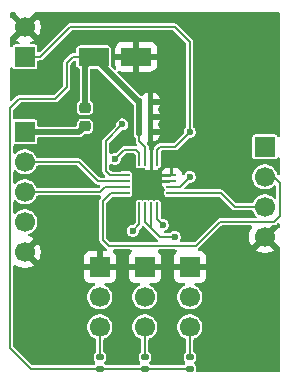
<source format=gtl>
%TF.GenerationSoftware,KiCad,Pcbnew,9.0.7*%
%TF.CreationDate,2026-02-18T22:45:11+00:00*%
%TF.ProjectId,OSDSwitch,4f534453-7769-4746-9368-2e6b69636164,rev?*%
%TF.SameCoordinates,Original*%
%TF.FileFunction,Copper,L1,Top*%
%TF.FilePolarity,Positive*%
%FSLAX46Y46*%
G04 Gerber Fmt 4.6, Leading zero omitted, Abs format (unit mm)*
G04 Created by KiCad (PCBNEW 9.0.7) date 2026-02-18 22:45:11*
%MOMM*%
%LPD*%
G01*
G04 APERTURE LIST*
G04 Aperture macros list*
%AMRoundRect*
0 Rectangle with rounded corners*
0 $1 Rounding radius*
0 $2 $3 $4 $5 $6 $7 $8 $9 X,Y pos of 4 corners*
0 Add a 4 corners polygon primitive as box body*
4,1,4,$2,$3,$4,$5,$6,$7,$8,$9,$2,$3,0*
0 Add four circle primitives for the rounded corners*
1,1,$1+$1,$2,$3*
1,1,$1+$1,$4,$5*
1,1,$1+$1,$6,$7*
1,1,$1+$1,$8,$9*
0 Add four rect primitives between the rounded corners*
20,1,$1+$1,$2,$3,$4,$5,0*
20,1,$1+$1,$4,$5,$6,$7,0*
20,1,$1+$1,$6,$7,$8,$9,0*
20,1,$1+$1,$8,$9,$2,$3,0*%
G04 Aperture macros list end*
%TA.AperFunction,SMDPad,CuDef*%
%ADD10RoundRect,0.140000X0.170000X-0.140000X0.170000X0.140000X-0.170000X0.140000X-0.170000X-0.140000X0*%
%TD*%
%TA.AperFunction,SMDPad,CuDef*%
%ADD11RoundRect,0.218750X0.256250X-0.218750X0.256250X0.218750X-0.256250X0.218750X-0.256250X-0.218750X0*%
%TD*%
%TA.AperFunction,ComponentPad*%
%ADD12R,1.700000X1.700000*%
%TD*%
%TA.AperFunction,ComponentPad*%
%ADD13C,1.700000*%
%TD*%
%TA.AperFunction,SMDPad,CuDef*%
%ADD14RoundRect,0.062500X-0.337500X-0.062500X0.337500X-0.062500X0.337500X0.062500X-0.337500X0.062500X0*%
%TD*%
%TA.AperFunction,SMDPad,CuDef*%
%ADD15RoundRect,0.062500X-0.062500X-0.337500X0.062500X-0.337500X0.062500X0.337500X-0.062500X0.337500X0*%
%TD*%
%TA.AperFunction,HeatsinkPad*%
%ADD16R,2.450000X2.450000*%
%TD*%
%TA.AperFunction,SMDPad,CuDef*%
%ADD17RoundRect,0.250000X-1.050000X-0.550000X1.050000X-0.550000X1.050000X0.550000X-1.050000X0.550000X0*%
%TD*%
%TA.AperFunction,SMDPad,CuDef*%
%ADD18RoundRect,0.140000X-0.140000X-0.170000X0.140000X-0.170000X0.140000X0.170000X-0.140000X0.170000X0*%
%TD*%
%TA.AperFunction,ViaPad*%
%ADD19C,0.600000*%
%TD*%
%TA.AperFunction,Conductor*%
%ADD20C,0.200000*%
%TD*%
%TA.AperFunction,Conductor*%
%ADD21C,0.500000*%
%TD*%
G04 APERTURE END LIST*
D10*
%TO.P,R3,1*%
%TO.N,+5V*%
X168910000Y-110208000D03*
%TO.P,R3,2*%
%TO.N,Net-(J3-Pin_3)*%
X168910000Y-109248000D03*
%TD*%
%TO.P,R2,1*%
%TO.N,+5V*%
X161290000Y-110208000D03*
%TO.P,R2,2*%
%TO.N,Net-(J1-Pin_3)*%
X161290000Y-109248000D03*
%TD*%
%TO.P,R1,1*%
%TO.N,+5V*%
X165100000Y-110208000D03*
%TO.P,R1,2*%
%TO.N,Net-(J2-Pin_3)*%
X165100000Y-109248000D03*
%TD*%
D11*
%TO.P,L1,1,1*%
%TO.N,Net-(J4-Pin_1)*%
X160020000Y-89687500D03*
%TO.P,L1,2,2*%
%TO.N,+5V*%
X160020000Y-88112500D03*
%TD*%
D12*
%TO.P,J6,1,Pin_1*%
%TO.N,/OSD_VID*%
X154940000Y-83820000D03*
D13*
%TO.P,J6,2,Pin_2*%
%TO.N,GND*%
X154940000Y-81280000D03*
%TD*%
D12*
%TO.P,J5,1,Pin_1*%
%TO.N,/RED_OUT*%
X175260000Y-91440000D03*
D13*
%TO.P,J5,2,Pin_2*%
%TO.N,/GREEN_OUT*%
X175260000Y-93980000D03*
%TO.P,J5,3,Pin_3*%
%TO.N,/BLUE_OUT*%
X175260000Y-96520000D03*
%TO.P,J5,4,Pin_4*%
%TO.N,GND*%
X175260000Y-99060000D03*
%TD*%
D12*
%TO.P,J4,1,Pin_1*%
%TO.N,Net-(J4-Pin_1)*%
X154940000Y-90170000D03*
D13*
%TO.P,J4,2,Pin_2*%
%TO.N,/RED_IN*%
X154940000Y-92710000D03*
%TO.P,J4,3,Pin_3*%
%TO.N,/GREEN_IN*%
X154940000Y-95250000D03*
%TO.P,J4,4,Pin_4*%
%TO.N,/BLUE_IN*%
X154940000Y-97790000D03*
%TO.P,J4,5,Pin_5*%
%TO.N,GND*%
X154940000Y-100330000D03*
%TD*%
D12*
%TO.P,J3,1,Pin_1*%
%TO.N,GND*%
X168910000Y-101600000D03*
D13*
%TO.P,J3,2,Pin_2*%
%TO.N,Net-(IC1-S3A)*%
X168910000Y-104140000D03*
%TO.P,J3,3,Pin_3*%
%TO.N,Net-(J3-Pin_3)*%
X168910000Y-106680000D03*
%TD*%
D12*
%TO.P,J2,1,Pin_1*%
%TO.N,GND*%
X165100000Y-101600000D03*
D13*
%TO.P,J2,2,Pin_2*%
%TO.N,Net-(IC1-S2A)*%
X165100000Y-104140000D03*
%TO.P,J2,3,Pin_3*%
%TO.N,Net-(J2-Pin_3)*%
X165100000Y-106680000D03*
%TD*%
D12*
%TO.P,J1,1,Pin_1*%
%TO.N,GND*%
X161290000Y-101600000D03*
D13*
%TO.P,J1,2,Pin_2*%
%TO.N,Net-(IC1-S1A)*%
X161290000Y-104140000D03*
%TO.P,J1,3,Pin_3*%
%TO.N,Net-(J1-Pin_3)*%
X161290000Y-106680000D03*
%TD*%
D14*
%TO.P,IC1,1,D1*%
%TO.N,/RED_OUT*%
X163440000Y-93840000D03*
%TO.P,IC1,2,S1B*%
%TO.N,/RED_IN*%
X163440000Y-94340000D03*
%TO.P,IC1,3,S2B*%
%TO.N,/GREEN_IN*%
X163440000Y-94840000D03*
%TO.P,IC1,4,D2*%
%TO.N,/GREEN_OUT*%
X163440000Y-95340000D03*
D15*
%TO.P,IC1,5,S2A*%
%TO.N,Net-(IC1-S2A)*%
X164640000Y-96540000D03*
%TO.P,IC1,6,IN2*%
%TO.N,/OSD_VID*%
X165140000Y-96540000D03*
%TO.P,IC1,7,IN3*%
X165640000Y-96540000D03*
%TO.P,IC1,8,S3A*%
%TO.N,Net-(IC1-S3A)*%
X166140000Y-96540000D03*
D14*
%TO.P,IC1,9,D3*%
%TO.N,/BLUE_OUT*%
X167340000Y-95340000D03*
%TO.P,IC1,10,S3B*%
%TO.N,/BLUE_IN*%
X167340000Y-94840000D03*
%TO.P,IC1,11,VSS_1*%
%TO.N,GND*%
X167340000Y-94340000D03*
%TO.P,IC1,12,~{EN}*%
X167340000Y-93840000D03*
D15*
%TO.P,IC1,13,IN1*%
%TO.N,/OSD_VID*%
X166140000Y-92640000D03*
%TO.P,IC1,14,GND*%
%TO.N,GND*%
X165640000Y-92640000D03*
%TO.P,IC1,15,VDD*%
%TO.N,+5V*%
X165140000Y-92640000D03*
%TO.P,IC1,16,S1A*%
%TO.N,Net-(IC1-S1A)*%
X164640000Y-92640000D03*
D16*
%TO.P,IC1,17,VSS_2*%
%TO.N,GND*%
X165390000Y-94590000D03*
%TD*%
D17*
%TO.P,C4,1*%
%TO.N,+5V*%
X160760000Y-83820000D03*
%TO.P,C4,2*%
%TO.N,GND*%
X164360000Y-83820000D03*
%TD*%
D18*
%TO.P,C3,2*%
%TO.N,GND*%
X165580000Y-87630000D03*
%TO.P,C3,1*%
%TO.N,+5V*%
X164620000Y-87630000D03*
%TD*%
%TO.P,C2,2*%
%TO.N,GND*%
X165580000Y-88900000D03*
%TO.P,C2,1*%
%TO.N,+5V*%
X164620000Y-88900000D03*
%TD*%
%TO.P,C1,1*%
%TO.N,+5V*%
X164620000Y-90170000D03*
%TO.P,C1,2*%
%TO.N,GND*%
X165580000Y-90170000D03*
%TD*%
D19*
%TO.N,GND*%
X171323000Y-92964000D03*
X163449000Y-88138000D03*
X167640000Y-87757000D03*
X173228000Y-90551000D03*
X171704000Y-89154000D03*
X171323000Y-99314000D03*
X171196000Y-96266000D03*
X161290000Y-90043000D03*
X162433000Y-91567000D03*
X163576000Y-90297000D03*
X170180000Y-90170000D03*
X167640000Y-90043000D03*
X169545000Y-92456000D03*
X168148000Y-92583000D03*
X169164000Y-96266000D03*
X167767000Y-97663000D03*
X164846000Y-99187000D03*
X162179000Y-96520000D03*
X162179000Y-98679000D03*
X160274000Y-98806000D03*
X160020000Y-96520000D03*
X157480000Y-96520000D03*
X160020000Y-94488000D03*
X157480000Y-93980000D03*
X160782000Y-92456000D03*
X157480000Y-91694000D03*
X159258000Y-86614000D03*
X157226000Y-89154000D03*
X166116000Y-93726000D03*
X166116000Y-95504000D03*
X164592000Y-95504000D03*
X164592000Y-93726000D03*
X165423000Y-94557000D03*
%TO.N,Net-(IC1-S3A)*%
X166624000Y-98044000D03*
%TO.N,Net-(IC1-S2A)*%
X164084000Y-98552000D03*
%TO.N,Net-(IC1-S1A)*%
X162560000Y-92456000D03*
%TO.N,/BLUE_IN*%
X168910000Y-93980000D03*
%TO.N,/RED_OUT*%
X163195000Y-89535000D03*
%TO.N,/OSD_VID*%
X167640000Y-99060000D03*
X168910000Y-90170000D03*
%TD*%
D20*
%TO.N,/RED_OUT*%
X163195000Y-89535000D02*
X161798000Y-90932000D01*
X161798000Y-90932000D02*
X161798000Y-93472000D01*
X161798000Y-93472000D02*
X162166000Y-93840000D01*
X162166000Y-93840000D02*
X163440000Y-93840000D01*
%TO.N,GND*%
X165423000Y-94557000D02*
X165390000Y-94590000D01*
%TO.N,/GREEN_OUT*%
X175260000Y-93980000D02*
X176022000Y-93980000D01*
X161544000Y-99314000D02*
X161544000Y-96012000D01*
X176022000Y-93980000D02*
X176530000Y-94488000D01*
X176530000Y-94488000D02*
X176530000Y-97282000D01*
X176530000Y-97282000D02*
X176022000Y-97790000D01*
X176022000Y-97790000D02*
X171450000Y-97790000D01*
X171450000Y-97790000D02*
X169418000Y-99822000D01*
X162216000Y-95340000D02*
X163440000Y-95340000D01*
X169418000Y-99822000D02*
X162052000Y-99822000D01*
X162052000Y-99822000D02*
X161544000Y-99314000D01*
X161544000Y-96012000D02*
X162216000Y-95340000D01*
%TO.N,Net-(IC1-S1A)*%
X164640000Y-92640000D02*
X164640000Y-91996000D01*
X164640000Y-91996000D02*
X164338000Y-91694000D01*
X164338000Y-91694000D02*
X163322000Y-91694000D01*
X163322000Y-91694000D02*
X162560000Y-92456000D01*
%TO.N,+5V*%
X161290000Y-110208000D02*
X155420000Y-110208000D01*
X158988000Y-83820000D02*
X160760000Y-83820000D01*
X155420000Y-110208000D02*
X153670000Y-108458000D01*
X153670000Y-108458000D02*
X153670000Y-88138000D01*
X153670000Y-88138000D02*
X154432000Y-87376000D01*
X154432000Y-87376000D02*
X157480000Y-87376000D01*
X157480000Y-87376000D02*
X158496000Y-86360000D01*
X158496000Y-86360000D02*
X158496000Y-84312000D01*
X158496000Y-84312000D02*
X158988000Y-83820000D01*
X168910000Y-110208000D02*
X161290000Y-110208000D01*
%TO.N,Net-(J3-Pin_3)*%
X168910000Y-106680000D02*
X168910000Y-109248000D01*
%TO.N,Net-(J2-Pin_3)*%
X165100000Y-109248000D02*
X165100000Y-106680000D01*
%TO.N,Net-(J1-Pin_3)*%
X161290000Y-106680000D02*
X161290000Y-109248000D01*
%TO.N,/RED_IN*%
X154940000Y-92710000D02*
X159512000Y-92710000D01*
X161142000Y-94340000D02*
X163440000Y-94340000D01*
X159512000Y-92710000D02*
X161142000Y-94340000D01*
%TO.N,Net-(IC1-S3A)*%
X166140000Y-97560000D02*
X166624000Y-98044000D01*
X166140000Y-96540000D02*
X166140000Y-97560000D01*
%TO.N,Net-(IC1-S2A)*%
X164640000Y-97996000D02*
X164084000Y-98552000D01*
X164640000Y-96540000D02*
X164640000Y-97996000D01*
%TO.N,+5V*%
X165140000Y-92640000D02*
X165140000Y-92224202D01*
%TO.N,/BLUE_IN*%
X168050000Y-94840000D02*
X168910000Y-93980000D01*
X167340000Y-94840000D02*
X168050000Y-94840000D01*
%TO.N,/BLUE_OUT*%
X171540000Y-95340000D02*
X172720000Y-96520000D01*
X167340000Y-95340000D02*
X171540000Y-95340000D01*
X172720000Y-96520000D02*
X175260000Y-96520000D01*
%TO.N,/GREEN_IN*%
X161700000Y-94840000D02*
X161290000Y-95250000D01*
X163440000Y-94840000D02*
X161700000Y-94840000D01*
X161290000Y-95250000D02*
X154940000Y-95250000D01*
%TO.N,/OSD_VID*%
X165140000Y-97830000D02*
X165640000Y-98330000D01*
X165640000Y-96540000D02*
X165640000Y-98330000D01*
X165140000Y-96540000D02*
X165140000Y-97830000D01*
X165640000Y-98330000D02*
X166370000Y-99060000D01*
X167640000Y-99060000D02*
X166370000Y-99060000D01*
X166140000Y-92640000D02*
X166140000Y-91670000D01*
X166140000Y-91670000D02*
X166370000Y-91440000D01*
X167640000Y-91440000D02*
X166370000Y-91440000D01*
X168910000Y-90170000D02*
X168910000Y-88900000D01*
X168910000Y-82550000D02*
X168910000Y-90170000D01*
X156210000Y-83820000D02*
X158750000Y-81280000D01*
X154940000Y-83820000D02*
X156210000Y-83820000D01*
X158750000Y-81280000D02*
X167640000Y-81280000D01*
X167640000Y-81280000D02*
X168910000Y-82550000D01*
X168910000Y-90170000D02*
X167640000Y-91440000D01*
%TO.N,GND*%
X167340000Y-93840000D02*
X166140000Y-93840000D01*
X166140000Y-93840000D02*
X165390000Y-94590000D01*
X167340000Y-94340000D02*
X165640000Y-94340000D01*
X165640000Y-94340000D02*
X165423000Y-94557000D01*
X165640000Y-92640000D02*
X165640000Y-94340000D01*
%TO.N,+5V*%
X165140000Y-92640000D02*
X165140000Y-91480000D01*
X165140000Y-91480000D02*
X164620000Y-90960000D01*
X164620000Y-90960000D02*
X164620000Y-90170000D01*
D21*
X164570000Y-87630000D02*
X164620000Y-87680000D01*
X164620000Y-87680000D02*
X164620000Y-90170000D01*
X160760000Y-83820000D02*
X164570000Y-87630000D01*
X164570000Y-87630000D02*
X164620000Y-87630000D01*
X160020000Y-88112500D02*
X160020000Y-84560000D01*
X160020000Y-84560000D02*
X160760000Y-83820000D01*
%TO.N,Net-(J4-Pin_1)*%
X154940000Y-90170000D02*
X159537500Y-90170000D01*
X159537500Y-90170000D02*
X160020000Y-89687500D01*
%TD*%
%TA.AperFunction,Conductor*%
%TO.N,GND*%
G36*
X161348206Y-95570185D02*
G01*
X161393961Y-95622989D01*
X161403905Y-95692147D01*
X161374880Y-95755703D01*
X161368848Y-95762181D01*
X161303541Y-95827487D01*
X161303535Y-95827495D01*
X161263982Y-95896004D01*
X161263979Y-95896009D01*
X161257643Y-95919655D01*
X161243500Y-95972438D01*
X161243500Y-99353562D01*
X161250545Y-99379853D01*
X161263979Y-99429990D01*
X161263982Y-99429995D01*
X161303535Y-99498504D01*
X161303541Y-99498512D01*
X161843348Y-100038319D01*
X161876833Y-100099642D01*
X161871849Y-100169334D01*
X161829977Y-100225267D01*
X161764513Y-100249684D01*
X161755667Y-100250000D01*
X161540000Y-100250000D01*
X161540000Y-101166988D01*
X161482993Y-101134075D01*
X161355826Y-101100000D01*
X161224174Y-101100000D01*
X161097007Y-101134075D01*
X161040000Y-101166988D01*
X161040000Y-100250000D01*
X160392155Y-100250000D01*
X160332627Y-100256401D01*
X160332620Y-100256403D01*
X160197913Y-100306645D01*
X160197906Y-100306649D01*
X160082812Y-100392809D01*
X160082809Y-100392812D01*
X159996649Y-100507906D01*
X159996645Y-100507913D01*
X159946403Y-100642620D01*
X159946401Y-100642627D01*
X159940000Y-100702155D01*
X159940000Y-101350000D01*
X160856988Y-101350000D01*
X160824075Y-101407007D01*
X160790000Y-101534174D01*
X160790000Y-101665826D01*
X160824075Y-101792993D01*
X160856988Y-101850000D01*
X159940000Y-101850000D01*
X159940000Y-102497844D01*
X159946401Y-102557372D01*
X159946403Y-102557379D01*
X159996645Y-102692086D01*
X159996649Y-102692093D01*
X160082809Y-102807187D01*
X160082812Y-102807190D01*
X160197906Y-102893350D01*
X160197913Y-102893354D01*
X160332620Y-102943596D01*
X160332627Y-102943598D01*
X160392155Y-102949999D01*
X160392172Y-102950000D01*
X160794435Y-102950000D01*
X160861474Y-102969685D01*
X160907229Y-103022489D01*
X160917173Y-103091647D01*
X160888148Y-103155203D01*
X160841888Y-103188561D01*
X160792403Y-103209058D01*
X160620342Y-103324024D01*
X160474024Y-103470342D01*
X160359058Y-103642403D01*
X160279870Y-103833579D01*
X160279868Y-103833587D01*
X160239500Y-104036530D01*
X160239500Y-104243469D01*
X160279868Y-104446412D01*
X160279870Y-104446420D01*
X160359058Y-104637596D01*
X160474024Y-104809657D01*
X160620342Y-104955975D01*
X160620345Y-104955977D01*
X160792402Y-105070941D01*
X160983580Y-105150130D01*
X161186530Y-105190499D01*
X161186534Y-105190500D01*
X161186535Y-105190500D01*
X161393466Y-105190500D01*
X161393467Y-105190499D01*
X161596420Y-105150130D01*
X161787598Y-105070941D01*
X161959655Y-104955977D01*
X162105977Y-104809655D01*
X162220941Y-104637598D01*
X162300130Y-104446420D01*
X162340500Y-104243465D01*
X162340500Y-104036535D01*
X162300130Y-103833580D01*
X162220941Y-103642402D01*
X162105977Y-103470345D01*
X162105975Y-103470342D01*
X161959657Y-103324024D01*
X161873626Y-103266541D01*
X161787598Y-103209059D01*
X161738112Y-103188561D01*
X161683709Y-103144720D01*
X161661644Y-103078426D01*
X161678923Y-103010726D01*
X161730061Y-102963116D01*
X161785565Y-102950000D01*
X162187828Y-102950000D01*
X162187844Y-102949999D01*
X162247372Y-102943598D01*
X162247379Y-102943596D01*
X162382086Y-102893354D01*
X162382093Y-102893350D01*
X162497187Y-102807190D01*
X162497190Y-102807187D01*
X162583350Y-102692093D01*
X162583354Y-102692086D01*
X162633596Y-102557379D01*
X162633598Y-102557372D01*
X162639999Y-102497844D01*
X162640000Y-102497827D01*
X162640000Y-101850000D01*
X161723012Y-101850000D01*
X161755925Y-101792993D01*
X161790000Y-101665826D01*
X161790000Y-101534174D01*
X161755925Y-101407007D01*
X161723012Y-101350000D01*
X162640000Y-101350000D01*
X162640000Y-100702172D01*
X162639999Y-100702155D01*
X162633598Y-100642627D01*
X162633596Y-100642620D01*
X162583354Y-100507913D01*
X162583350Y-100507906D01*
X162497190Y-100392812D01*
X162497187Y-100392809D01*
X162434346Y-100345766D01*
X162392475Y-100289832D01*
X162387491Y-100220141D01*
X162420977Y-100158818D01*
X162482300Y-100125334D01*
X162508657Y-100122500D01*
X163881343Y-100122500D01*
X163948382Y-100142185D01*
X163994137Y-100194989D01*
X164004081Y-100264147D01*
X163975056Y-100327703D01*
X163955654Y-100345766D01*
X163892812Y-100392809D01*
X163892809Y-100392812D01*
X163806649Y-100507906D01*
X163806645Y-100507913D01*
X163756403Y-100642620D01*
X163756401Y-100642627D01*
X163750000Y-100702155D01*
X163750000Y-101350000D01*
X164666988Y-101350000D01*
X164634075Y-101407007D01*
X164600000Y-101534174D01*
X164600000Y-101665826D01*
X164634075Y-101792993D01*
X164666988Y-101850000D01*
X163750000Y-101850000D01*
X163750000Y-102497844D01*
X163756401Y-102557372D01*
X163756403Y-102557379D01*
X163806645Y-102692086D01*
X163806649Y-102692093D01*
X163892809Y-102807187D01*
X163892812Y-102807190D01*
X164007906Y-102893350D01*
X164007913Y-102893354D01*
X164142620Y-102943596D01*
X164142627Y-102943598D01*
X164202155Y-102949999D01*
X164202172Y-102950000D01*
X164604435Y-102950000D01*
X164671474Y-102969685D01*
X164717229Y-103022489D01*
X164727173Y-103091647D01*
X164698148Y-103155203D01*
X164651888Y-103188561D01*
X164602403Y-103209058D01*
X164430342Y-103324024D01*
X164284024Y-103470342D01*
X164169058Y-103642403D01*
X164089870Y-103833579D01*
X164089868Y-103833587D01*
X164049500Y-104036530D01*
X164049500Y-104243469D01*
X164089868Y-104446412D01*
X164089870Y-104446420D01*
X164169058Y-104637596D01*
X164284024Y-104809657D01*
X164430342Y-104955975D01*
X164430345Y-104955977D01*
X164602402Y-105070941D01*
X164793580Y-105150130D01*
X164996530Y-105190499D01*
X164996534Y-105190500D01*
X164996535Y-105190500D01*
X165203466Y-105190500D01*
X165203467Y-105190499D01*
X165406420Y-105150130D01*
X165597598Y-105070941D01*
X165769655Y-104955977D01*
X165915977Y-104809655D01*
X166030941Y-104637598D01*
X166110130Y-104446420D01*
X166150500Y-104243465D01*
X166150500Y-104036535D01*
X166110130Y-103833580D01*
X166030941Y-103642402D01*
X165915977Y-103470345D01*
X165915975Y-103470342D01*
X165769657Y-103324024D01*
X165683626Y-103266541D01*
X165597598Y-103209059D01*
X165548112Y-103188561D01*
X165493709Y-103144720D01*
X165471644Y-103078426D01*
X165488923Y-103010726D01*
X165540061Y-102963116D01*
X165595565Y-102950000D01*
X165997828Y-102950000D01*
X165997844Y-102949999D01*
X166057372Y-102943598D01*
X166057379Y-102943596D01*
X166192086Y-102893354D01*
X166192093Y-102893350D01*
X166307187Y-102807190D01*
X166307190Y-102807187D01*
X166393350Y-102692093D01*
X166393354Y-102692086D01*
X166443596Y-102557379D01*
X166443598Y-102557372D01*
X166449999Y-102497844D01*
X166450000Y-102497827D01*
X166450000Y-101850000D01*
X165533012Y-101850000D01*
X165565925Y-101792993D01*
X165600000Y-101665826D01*
X165600000Y-101534174D01*
X165565925Y-101407007D01*
X165533012Y-101350000D01*
X166450000Y-101350000D01*
X166450000Y-100702172D01*
X166449999Y-100702155D01*
X166443598Y-100642627D01*
X166443596Y-100642620D01*
X166393354Y-100507913D01*
X166393350Y-100507906D01*
X166307190Y-100392812D01*
X166307187Y-100392809D01*
X166244346Y-100345766D01*
X166202475Y-100289832D01*
X166197491Y-100220141D01*
X166230977Y-100158818D01*
X166292300Y-100125334D01*
X166318657Y-100122500D01*
X167691343Y-100122500D01*
X167758382Y-100142185D01*
X167804137Y-100194989D01*
X167814081Y-100264147D01*
X167785056Y-100327703D01*
X167765654Y-100345766D01*
X167702812Y-100392809D01*
X167702809Y-100392812D01*
X167616649Y-100507906D01*
X167616645Y-100507913D01*
X167566403Y-100642620D01*
X167566401Y-100642627D01*
X167560000Y-100702155D01*
X167560000Y-101350000D01*
X168476988Y-101350000D01*
X168444075Y-101407007D01*
X168410000Y-101534174D01*
X168410000Y-101665826D01*
X168444075Y-101792993D01*
X168476988Y-101850000D01*
X167560000Y-101850000D01*
X167560000Y-102497844D01*
X167566401Y-102557372D01*
X167566403Y-102557379D01*
X167616645Y-102692086D01*
X167616649Y-102692093D01*
X167702809Y-102807187D01*
X167702812Y-102807190D01*
X167817906Y-102893350D01*
X167817913Y-102893354D01*
X167952620Y-102943596D01*
X167952627Y-102943598D01*
X168012155Y-102949999D01*
X168012172Y-102950000D01*
X168414435Y-102950000D01*
X168481474Y-102969685D01*
X168527229Y-103022489D01*
X168537173Y-103091647D01*
X168508148Y-103155203D01*
X168461888Y-103188561D01*
X168412403Y-103209058D01*
X168240342Y-103324024D01*
X168094024Y-103470342D01*
X167979058Y-103642403D01*
X167899870Y-103833579D01*
X167899868Y-103833587D01*
X167859500Y-104036530D01*
X167859500Y-104243469D01*
X167899868Y-104446412D01*
X167899870Y-104446420D01*
X167979058Y-104637596D01*
X168094024Y-104809657D01*
X168240342Y-104955975D01*
X168240345Y-104955977D01*
X168412402Y-105070941D01*
X168603580Y-105150130D01*
X168806530Y-105190499D01*
X168806534Y-105190500D01*
X168806535Y-105190500D01*
X169013466Y-105190500D01*
X169013467Y-105190499D01*
X169216420Y-105150130D01*
X169407598Y-105070941D01*
X169579655Y-104955977D01*
X169725977Y-104809655D01*
X169840941Y-104637598D01*
X169920130Y-104446420D01*
X169960500Y-104243465D01*
X169960500Y-104036535D01*
X169920130Y-103833580D01*
X169840941Y-103642402D01*
X169725977Y-103470345D01*
X169725975Y-103470342D01*
X169579657Y-103324024D01*
X169493626Y-103266541D01*
X169407598Y-103209059D01*
X169358112Y-103188561D01*
X169303709Y-103144720D01*
X169281644Y-103078426D01*
X169298923Y-103010726D01*
X169350061Y-102963116D01*
X169405565Y-102950000D01*
X169807828Y-102950000D01*
X169807844Y-102949999D01*
X169867372Y-102943598D01*
X169867379Y-102943596D01*
X170002086Y-102893354D01*
X170002093Y-102893350D01*
X170117187Y-102807190D01*
X170117190Y-102807187D01*
X170203350Y-102692093D01*
X170203354Y-102692086D01*
X170253596Y-102557379D01*
X170253598Y-102557372D01*
X170259999Y-102497844D01*
X170260000Y-102497827D01*
X170260000Y-101850000D01*
X169343012Y-101850000D01*
X169375925Y-101792993D01*
X169410000Y-101665826D01*
X169410000Y-101534174D01*
X169375925Y-101407007D01*
X169343012Y-101350000D01*
X170260000Y-101350000D01*
X170260000Y-100702172D01*
X170259999Y-100702155D01*
X170253598Y-100642627D01*
X170253596Y-100642620D01*
X170203354Y-100507913D01*
X170203350Y-100507906D01*
X170117190Y-100392812D01*
X170117187Y-100392809D01*
X170002093Y-100306649D01*
X170002086Y-100306645D01*
X169867379Y-100256403D01*
X169867372Y-100256401D01*
X169825491Y-100251898D01*
X169712235Y-100249982D01*
X169679843Y-100239872D01*
X169647294Y-100230315D01*
X169646580Y-100229491D01*
X169645538Y-100229166D01*
X169623726Y-100203117D01*
X169601539Y-100177511D01*
X169601384Y-100176433D01*
X169600683Y-100175596D01*
X169596420Y-100141911D01*
X169591595Y-100108353D01*
X169592047Y-100107361D01*
X169591911Y-100106279D01*
X169606530Y-100075649D01*
X169620620Y-100044797D01*
X169621924Y-100043396D01*
X169622007Y-100043223D01*
X169622192Y-100043108D01*
X169626652Y-100038319D01*
X171538152Y-98126819D01*
X171599475Y-98093334D01*
X171625833Y-98090500D01*
X174052328Y-98090500D01*
X174119367Y-98110185D01*
X174165122Y-98162989D01*
X174175066Y-98232147D01*
X174152646Y-98287385D01*
X174105379Y-98352442D01*
X174008904Y-98541782D01*
X173943242Y-98743869D01*
X173943242Y-98743872D01*
X173910000Y-98953753D01*
X173910000Y-99166246D01*
X173943242Y-99376127D01*
X173943242Y-99376130D01*
X174008904Y-99578217D01*
X174105375Y-99767550D01*
X174144728Y-99821716D01*
X174777037Y-99189408D01*
X174794075Y-99252993D01*
X174859901Y-99367007D01*
X174952993Y-99460099D01*
X175067007Y-99525925D01*
X175130590Y-99542962D01*
X174498282Y-100175269D01*
X174498282Y-100175270D01*
X174552449Y-100214624D01*
X174741782Y-100311095D01*
X174943870Y-100376757D01*
X175153754Y-100410000D01*
X175366246Y-100410000D01*
X175576127Y-100376757D01*
X175576130Y-100376757D01*
X175778217Y-100311095D01*
X175967554Y-100214622D01*
X176021716Y-100175270D01*
X176021717Y-100175270D01*
X175389408Y-99542962D01*
X175452993Y-99525925D01*
X175567007Y-99460099D01*
X175660099Y-99367007D01*
X175725925Y-99252993D01*
X175742962Y-99189408D01*
X176375269Y-99821716D01*
X176396271Y-99820064D01*
X176464648Y-99834428D01*
X176514405Y-99883479D01*
X176530000Y-99943682D01*
X176530000Y-110366000D01*
X176510315Y-110433039D01*
X176457511Y-110478794D01*
X176406000Y-110490000D01*
X169544500Y-110490000D01*
X169477461Y-110470315D01*
X169431706Y-110417511D01*
X169420500Y-110366000D01*
X169420499Y-110028105D01*
X169420499Y-110028100D01*
X169413972Y-109978513D01*
X169363224Y-109869684D01*
X169309221Y-109815681D01*
X169275736Y-109754358D01*
X169280720Y-109684666D01*
X169309221Y-109640319D01*
X169363224Y-109586316D01*
X169413972Y-109477487D01*
X169420500Y-109427901D01*
X169420499Y-109068100D01*
X169413972Y-109018513D01*
X169363224Y-108909684D01*
X169278316Y-108824776D01*
X169278314Y-108824774D01*
X169269427Y-108818551D01*
X169270797Y-108816593D01*
X169229647Y-108780351D01*
X169210500Y-108714155D01*
X169210500Y-107775435D01*
X169230185Y-107708396D01*
X169282989Y-107662641D01*
X169287012Y-107660889D01*
X169407598Y-107610941D01*
X169579655Y-107495977D01*
X169725977Y-107349655D01*
X169840941Y-107177598D01*
X169920130Y-106986420D01*
X169960500Y-106783465D01*
X169960500Y-106576535D01*
X169920130Y-106373580D01*
X169840941Y-106182402D01*
X169725977Y-106010345D01*
X169725975Y-106010342D01*
X169579657Y-105864024D01*
X169493626Y-105806541D01*
X169407598Y-105749059D01*
X169216420Y-105669870D01*
X169216412Y-105669868D01*
X169013469Y-105629500D01*
X169013465Y-105629500D01*
X168806535Y-105629500D01*
X168806530Y-105629500D01*
X168603587Y-105669868D01*
X168603579Y-105669870D01*
X168412403Y-105749058D01*
X168240342Y-105864024D01*
X168094024Y-106010342D01*
X167979058Y-106182403D01*
X167899870Y-106373579D01*
X167899868Y-106373587D01*
X167859500Y-106576530D01*
X167859500Y-106783469D01*
X167899868Y-106986412D01*
X167899870Y-106986420D01*
X167979058Y-107177596D01*
X168094024Y-107349657D01*
X168240342Y-107495975D01*
X168240345Y-107495977D01*
X168412402Y-107610941D01*
X168532953Y-107660875D01*
X168587356Y-107704714D01*
X168609421Y-107771008D01*
X168609500Y-107775435D01*
X168609500Y-108714155D01*
X168589815Y-108781194D01*
X168549237Y-108816643D01*
X168550573Y-108818551D01*
X168541685Y-108824774D01*
X168456776Y-108909683D01*
X168406027Y-109018514D01*
X168399500Y-109068097D01*
X168399500Y-109427894D01*
X168399501Y-109427900D01*
X168406028Y-109477487D01*
X168406029Y-109477489D01*
X168406029Y-109477490D01*
X168456776Y-109586316D01*
X168510779Y-109640319D01*
X168515117Y-109648264D01*
X168522365Y-109653690D01*
X168531599Y-109678449D01*
X168544264Y-109701642D01*
X168543618Y-109710671D01*
X168546782Y-109719154D01*
X168541165Y-109744974D01*
X168539280Y-109771334D01*
X168533461Y-109780387D01*
X168531930Y-109787427D01*
X168510779Y-109815681D01*
X168455279Y-109871181D01*
X168393956Y-109904666D01*
X168367598Y-109907500D01*
X165642402Y-109907500D01*
X165575363Y-109887815D01*
X165554721Y-109871181D01*
X165499221Y-109815681D01*
X165465736Y-109754358D01*
X165470720Y-109684666D01*
X165499221Y-109640319D01*
X165553224Y-109586316D01*
X165603972Y-109477487D01*
X165610500Y-109427901D01*
X165610499Y-109068100D01*
X165603972Y-109018513D01*
X165553224Y-108909684D01*
X165468316Y-108824776D01*
X165468314Y-108824774D01*
X165459427Y-108818551D01*
X165460797Y-108816593D01*
X165419647Y-108780351D01*
X165400500Y-108714155D01*
X165400500Y-107775435D01*
X165420185Y-107708396D01*
X165472989Y-107662641D01*
X165477012Y-107660889D01*
X165597598Y-107610941D01*
X165769655Y-107495977D01*
X165915977Y-107349655D01*
X166030941Y-107177598D01*
X166110130Y-106986420D01*
X166150500Y-106783465D01*
X166150500Y-106576535D01*
X166110130Y-106373580D01*
X166030941Y-106182402D01*
X165915977Y-106010345D01*
X165915975Y-106010342D01*
X165769657Y-105864024D01*
X165683626Y-105806541D01*
X165597598Y-105749059D01*
X165406420Y-105669870D01*
X165406412Y-105669868D01*
X165203469Y-105629500D01*
X165203465Y-105629500D01*
X164996535Y-105629500D01*
X164996530Y-105629500D01*
X164793587Y-105669868D01*
X164793579Y-105669870D01*
X164602403Y-105749058D01*
X164430342Y-105864024D01*
X164284024Y-106010342D01*
X164169058Y-106182403D01*
X164089870Y-106373579D01*
X164089868Y-106373587D01*
X164049500Y-106576530D01*
X164049500Y-106783469D01*
X164089868Y-106986412D01*
X164089870Y-106986420D01*
X164169058Y-107177596D01*
X164284024Y-107349657D01*
X164430342Y-107495975D01*
X164430345Y-107495977D01*
X164602402Y-107610941D01*
X164722953Y-107660875D01*
X164777356Y-107704714D01*
X164799421Y-107771008D01*
X164799500Y-107775435D01*
X164799500Y-108714155D01*
X164779815Y-108781194D01*
X164739237Y-108816643D01*
X164740573Y-108818551D01*
X164731685Y-108824774D01*
X164646776Y-108909683D01*
X164596027Y-109018514D01*
X164589500Y-109068097D01*
X164589500Y-109427894D01*
X164589501Y-109427900D01*
X164596028Y-109477487D01*
X164596029Y-109477489D01*
X164596029Y-109477490D01*
X164646776Y-109586316D01*
X164700779Y-109640319D01*
X164705117Y-109648264D01*
X164712365Y-109653690D01*
X164721599Y-109678449D01*
X164734264Y-109701642D01*
X164733618Y-109710671D01*
X164736782Y-109719154D01*
X164731165Y-109744974D01*
X164729280Y-109771334D01*
X164723461Y-109780387D01*
X164721930Y-109787427D01*
X164700779Y-109815681D01*
X164645279Y-109871181D01*
X164583956Y-109904666D01*
X164557598Y-109907500D01*
X161832402Y-109907500D01*
X161765363Y-109887815D01*
X161744721Y-109871181D01*
X161689221Y-109815681D01*
X161655736Y-109754358D01*
X161660720Y-109684666D01*
X161689221Y-109640319D01*
X161743224Y-109586316D01*
X161793972Y-109477487D01*
X161800500Y-109427901D01*
X161800499Y-109068100D01*
X161793972Y-109018513D01*
X161743224Y-108909684D01*
X161658316Y-108824776D01*
X161658314Y-108824774D01*
X161649427Y-108818551D01*
X161650797Y-108816593D01*
X161609647Y-108780351D01*
X161590500Y-108714155D01*
X161590500Y-107775435D01*
X161610185Y-107708396D01*
X161662989Y-107662641D01*
X161667012Y-107660889D01*
X161787598Y-107610941D01*
X161959655Y-107495977D01*
X162105977Y-107349655D01*
X162220941Y-107177598D01*
X162300130Y-106986420D01*
X162340500Y-106783465D01*
X162340500Y-106576535D01*
X162300130Y-106373580D01*
X162220941Y-106182402D01*
X162105977Y-106010345D01*
X162105975Y-106010342D01*
X161959657Y-105864024D01*
X161873626Y-105806541D01*
X161787598Y-105749059D01*
X161596420Y-105669870D01*
X161596412Y-105669868D01*
X161393469Y-105629500D01*
X161393465Y-105629500D01*
X161186535Y-105629500D01*
X161186530Y-105629500D01*
X160983587Y-105669868D01*
X160983579Y-105669870D01*
X160792403Y-105749058D01*
X160620342Y-105864024D01*
X160474024Y-106010342D01*
X160359058Y-106182403D01*
X160279870Y-106373579D01*
X160279868Y-106373587D01*
X160239500Y-106576530D01*
X160239500Y-106783469D01*
X160279868Y-106986412D01*
X160279870Y-106986420D01*
X160359058Y-107177596D01*
X160474024Y-107349657D01*
X160620342Y-107495975D01*
X160620345Y-107495977D01*
X160792402Y-107610941D01*
X160912953Y-107660875D01*
X160967356Y-107704714D01*
X160989421Y-107771008D01*
X160989500Y-107775435D01*
X160989500Y-108714155D01*
X160969815Y-108781194D01*
X160929237Y-108816643D01*
X160930573Y-108818551D01*
X160921685Y-108824774D01*
X160836776Y-108909683D01*
X160786027Y-109018514D01*
X160779500Y-109068097D01*
X160779500Y-109427894D01*
X160779501Y-109427900D01*
X160786028Y-109477487D01*
X160786029Y-109477489D01*
X160786029Y-109477490D01*
X160836776Y-109586316D01*
X160890779Y-109640319D01*
X160895117Y-109648264D01*
X160902365Y-109653690D01*
X160911599Y-109678449D01*
X160924264Y-109701642D01*
X160923618Y-109710671D01*
X160926782Y-109719154D01*
X160921165Y-109744974D01*
X160919280Y-109771334D01*
X160913461Y-109780387D01*
X160911930Y-109787427D01*
X160890779Y-109815681D01*
X160835279Y-109871181D01*
X160773956Y-109904666D01*
X160747598Y-109907500D01*
X155595833Y-109907500D01*
X155528794Y-109887815D01*
X155508152Y-109871181D01*
X154006819Y-108369848D01*
X153973334Y-108308525D01*
X153970500Y-108282167D01*
X153970500Y-101537672D01*
X153990185Y-101470633D01*
X154042989Y-101424878D01*
X154112147Y-101414934D01*
X154167385Y-101437354D01*
X154232442Y-101484620D01*
X154421782Y-101581095D01*
X154623870Y-101646757D01*
X154833754Y-101680000D01*
X155046246Y-101680000D01*
X155070459Y-101676165D01*
X155256127Y-101646757D01*
X155256130Y-101646757D01*
X155458217Y-101581095D01*
X155647554Y-101484622D01*
X155701716Y-101445270D01*
X155701717Y-101445270D01*
X155069409Y-100812962D01*
X155132993Y-100795925D01*
X155247007Y-100730099D01*
X155340099Y-100637007D01*
X155405925Y-100522993D01*
X155422962Y-100459409D01*
X156055270Y-101091717D01*
X156055270Y-101091716D01*
X156094622Y-101037554D01*
X156191095Y-100848217D01*
X156252078Y-100660533D01*
X156256756Y-100646131D01*
X156256757Y-100646127D01*
X156290000Y-100436246D01*
X156290000Y-100223753D01*
X156256757Y-100013872D01*
X156256757Y-100013869D01*
X156191095Y-99811782D01*
X156094624Y-99622449D01*
X156055270Y-99568282D01*
X156055269Y-99568282D01*
X155422962Y-100200590D01*
X155405925Y-100137007D01*
X155340099Y-100022993D01*
X155247007Y-99929901D01*
X155132993Y-99864075D01*
X155069407Y-99847036D01*
X155701716Y-99214728D01*
X155647550Y-99175375D01*
X155458216Y-99078904D01*
X155282026Y-99021656D01*
X155224350Y-98982218D01*
X155197152Y-98917860D01*
X155209067Y-98849013D01*
X155256311Y-98797538D01*
X155272882Y-98789168D01*
X155437598Y-98720941D01*
X155609655Y-98605977D01*
X155755977Y-98459655D01*
X155870941Y-98287598D01*
X155950130Y-98096420D01*
X155990500Y-97893465D01*
X155990500Y-97686535D01*
X155950130Y-97483580D01*
X155870941Y-97292402D01*
X155755977Y-97120345D01*
X155755975Y-97120342D01*
X155609657Y-96974024D01*
X155488378Y-96892989D01*
X155437598Y-96859059D01*
X155392032Y-96840185D01*
X155246420Y-96779870D01*
X155246412Y-96779868D01*
X155043469Y-96739500D01*
X155043465Y-96739500D01*
X154836535Y-96739500D01*
X154836530Y-96739500D01*
X154633587Y-96779868D01*
X154633579Y-96779870D01*
X154442403Y-96859058D01*
X154270342Y-96974024D01*
X154270341Y-96974025D01*
X154182181Y-97062186D01*
X154120858Y-97095671D01*
X154051166Y-97090687D01*
X153995233Y-97048815D01*
X153970816Y-96983351D01*
X153970500Y-96974505D01*
X153970500Y-96065495D01*
X153990185Y-95998456D01*
X154042989Y-95952701D01*
X154112147Y-95942757D01*
X154175703Y-95971782D01*
X154182181Y-95977814D01*
X154270342Y-96065975D01*
X154270345Y-96065977D01*
X154442402Y-96180941D01*
X154633580Y-96260130D01*
X154836530Y-96300499D01*
X154836534Y-96300500D01*
X154836535Y-96300500D01*
X155043466Y-96300500D01*
X155043467Y-96300499D01*
X155246420Y-96260130D01*
X155437598Y-96180941D01*
X155609655Y-96065977D01*
X155755977Y-95919655D01*
X155870941Y-95747598D01*
X155920875Y-95627046D01*
X155964716Y-95572644D01*
X156031010Y-95550579D01*
X156035436Y-95550500D01*
X161281167Y-95550500D01*
X161348206Y-95570185D01*
G37*
%TD.AperFunction*%
%TA.AperFunction,Conductor*%
G36*
X176473039Y-80029685D02*
G01*
X176518794Y-80082489D01*
X176530000Y-80134000D01*
X176530000Y-90448910D01*
X176510315Y-90515949D01*
X176457511Y-90561704D01*
X176388353Y-90571648D01*
X176324797Y-90542623D01*
X176302898Y-90517802D01*
X176254551Y-90445446D01*
X176188230Y-90401132D01*
X176188229Y-90401131D01*
X176129752Y-90389500D01*
X176129748Y-90389500D01*
X174390252Y-90389500D01*
X174390247Y-90389500D01*
X174331770Y-90401131D01*
X174331769Y-90401132D01*
X174265447Y-90445447D01*
X174221132Y-90511769D01*
X174221131Y-90511770D01*
X174209500Y-90570247D01*
X174209500Y-92309752D01*
X174221131Y-92368229D01*
X174221132Y-92368230D01*
X174265447Y-92434552D01*
X174331769Y-92478867D01*
X174331770Y-92478868D01*
X174390247Y-92490499D01*
X174390250Y-92490500D01*
X174390252Y-92490500D01*
X176129750Y-92490500D01*
X176129751Y-92490499D01*
X176144568Y-92487552D01*
X176188229Y-92478868D01*
X176188229Y-92478867D01*
X176188231Y-92478867D01*
X176254552Y-92434552D01*
X176298867Y-92368231D01*
X176298867Y-92368230D01*
X176302898Y-92362198D01*
X176356510Y-92317393D01*
X176425835Y-92308686D01*
X176488863Y-92338841D01*
X176525582Y-92398284D01*
X176530000Y-92431089D01*
X176530000Y-93721043D01*
X176510315Y-93788082D01*
X176457511Y-93833837D01*
X176388353Y-93843781D01*
X176324797Y-93814756D01*
X176287023Y-93755978D01*
X176284383Y-93745234D01*
X176270389Y-93674883D01*
X176270130Y-93673580D01*
X176190941Y-93482402D01*
X176075977Y-93310345D01*
X176075975Y-93310342D01*
X175929657Y-93164024D01*
X175804072Y-93080112D01*
X175757598Y-93049059D01*
X175752190Y-93046819D01*
X175566420Y-92969870D01*
X175566412Y-92969868D01*
X175363469Y-92929500D01*
X175363465Y-92929500D01*
X175156535Y-92929500D01*
X175156530Y-92929500D01*
X174953587Y-92969868D01*
X174953579Y-92969870D01*
X174762403Y-93049058D01*
X174590342Y-93164024D01*
X174444024Y-93310342D01*
X174329058Y-93482403D01*
X174249870Y-93673579D01*
X174249868Y-93673587D01*
X174209500Y-93876530D01*
X174209500Y-94083469D01*
X174249868Y-94286412D01*
X174249870Y-94286420D01*
X174316132Y-94446391D01*
X174329059Y-94477598D01*
X174377895Y-94550687D01*
X174444024Y-94649657D01*
X174590342Y-94795975D01*
X174590345Y-94795977D01*
X174762402Y-94910941D01*
X174953580Y-94990130D01*
X175102818Y-95019815D01*
X175156530Y-95030499D01*
X175156534Y-95030500D01*
X175156535Y-95030500D01*
X175363466Y-95030500D01*
X175363467Y-95030499D01*
X175566420Y-94990130D01*
X175757598Y-94910941D01*
X175929655Y-94795977D01*
X175973230Y-94752402D01*
X176017819Y-94707814D01*
X176079142Y-94674329D01*
X176148834Y-94679313D01*
X176204767Y-94721185D01*
X176229184Y-94786649D01*
X176229500Y-94795495D01*
X176229500Y-95704505D01*
X176209815Y-95771544D01*
X176157011Y-95817299D01*
X176087853Y-95827243D01*
X176024297Y-95798218D01*
X176017819Y-95792186D01*
X175929657Y-95704024D01*
X175762167Y-95592112D01*
X175757598Y-95589059D01*
X175712032Y-95570185D01*
X175566420Y-95509870D01*
X175566412Y-95509868D01*
X175363469Y-95469500D01*
X175363465Y-95469500D01*
X175156535Y-95469500D01*
X175156530Y-95469500D01*
X174953587Y-95509868D01*
X174953579Y-95509870D01*
X174762403Y-95589058D01*
X174590342Y-95704024D01*
X174444024Y-95850342D01*
X174329058Y-96022403D01*
X174279125Y-96142953D01*
X174235284Y-96197356D01*
X174168990Y-96219421D01*
X174164564Y-96219500D01*
X172895833Y-96219500D01*
X172828794Y-96199815D01*
X172808152Y-96183181D01*
X171724512Y-95099541D01*
X171724507Y-95099537D01*
X171691462Y-95080459D01*
X171691462Y-95080458D01*
X171691460Y-95080458D01*
X171671396Y-95068874D01*
X171655990Y-95059979D01*
X171655991Y-95059979D01*
X171615322Y-95049082D01*
X171579562Y-95039500D01*
X171579560Y-95039500D01*
X168574833Y-95039500D01*
X168507794Y-95019815D01*
X168462039Y-94967011D01*
X168452095Y-94897853D01*
X168481120Y-94834297D01*
X168487152Y-94827819D01*
X168798151Y-94516819D01*
X168859474Y-94483334D01*
X168885832Y-94480500D01*
X168975890Y-94480500D01*
X168975892Y-94480500D01*
X169103186Y-94446392D01*
X169217314Y-94380500D01*
X169310500Y-94287314D01*
X169376392Y-94173186D01*
X169410500Y-94045892D01*
X169410500Y-93914108D01*
X169376392Y-93786814D01*
X169374212Y-93783039D01*
X169367563Y-93771521D01*
X169310500Y-93672686D01*
X169217314Y-93579500D01*
X169131164Y-93529761D01*
X169103187Y-93513608D01*
X169029350Y-93493824D01*
X168975892Y-93479500D01*
X168844108Y-93479500D01*
X168716812Y-93513608D01*
X168602686Y-93579500D01*
X168602683Y-93579502D01*
X168509502Y-93672683D01*
X168509495Y-93672692D01*
X168465403Y-93749061D01*
X168414836Y-93797276D01*
X168346228Y-93810498D01*
X168281364Y-93784530D01*
X168240836Y-93727615D01*
X168235078Y-93703245D01*
X168225522Y-93630659D01*
X168225521Y-93630657D01*
X168168843Y-93493824D01*
X168078679Y-93376320D01*
X167961175Y-93286156D01*
X167824341Y-93229478D01*
X167714377Y-93215000D01*
X167465000Y-93215000D01*
X167465000Y-93716000D01*
X167462449Y-93724685D01*
X167463738Y-93733647D01*
X167452759Y-93757687D01*
X167445315Y-93783039D01*
X167438474Y-93788966D01*
X167434713Y-93797203D01*
X167412478Y-93811492D01*
X167392511Y-93828794D01*
X167381996Y-93831081D01*
X167375935Y-93834977D01*
X167341000Y-93840000D01*
X167340000Y-93840000D01*
X167340000Y-93841000D01*
X167320315Y-93908039D01*
X167267511Y-93953794D01*
X167216000Y-93965000D01*
X166443374Y-93965000D01*
X166454478Y-94049340D01*
X166456582Y-94057193D01*
X166453347Y-94058059D01*
X166459112Y-94112126D01*
X166456019Y-94122656D01*
X166456582Y-94122807D01*
X166454478Y-94130659D01*
X166443373Y-94215000D01*
X167216000Y-94215000D01*
X167224685Y-94217550D01*
X167233647Y-94216262D01*
X167257687Y-94227240D01*
X167283039Y-94234685D01*
X167288966Y-94241525D01*
X167297203Y-94245287D01*
X167311492Y-94267521D01*
X167328794Y-94287489D01*
X167331081Y-94298003D01*
X167334977Y-94304065D01*
X167340000Y-94339000D01*
X167340000Y-94341000D01*
X167320315Y-94408039D01*
X167267511Y-94453794D01*
X167216000Y-94465000D01*
X166443374Y-94465000D01*
X166454478Y-94549340D01*
X166454478Y-94549342D01*
X166511156Y-94686175D01*
X166601321Y-94803681D01*
X166698086Y-94877931D01*
X166708914Y-94892760D01*
X166723385Y-94904068D01*
X166732468Y-94925017D01*
X166739289Y-94934359D01*
X166739654Y-94935389D01*
X166742524Y-94943600D01*
X166754760Y-95005117D01*
X166774197Y-95034207D01*
X166779397Y-95049082D01*
X166780401Y-95068874D01*
X166786323Y-95087788D01*
X166782134Y-95103052D01*
X166782937Y-95118862D01*
X166773080Y-95136056D01*
X166767837Y-95155168D01*
X166765446Y-95158889D01*
X166754759Y-95174882D01*
X166739500Y-95251596D01*
X166739500Y-95428398D01*
X166754760Y-95505118D01*
X166754761Y-95505120D01*
X166771400Y-95530021D01*
X166812888Y-95592112D01*
X166899883Y-95650240D01*
X166899886Y-95650240D01*
X166899887Y-95650241D01*
X166921339Y-95654508D01*
X166976599Y-95665500D01*
X167703400Y-95665499D01*
X167780117Y-95650240D01*
X167780120Y-95650238D01*
X167780849Y-95649937D01*
X167828297Y-95640500D01*
X171364167Y-95640500D01*
X171431206Y-95660185D01*
X171451848Y-95676819D01*
X172479540Y-96704511D01*
X172535489Y-96760460D01*
X172535491Y-96760461D01*
X172535495Y-96760464D01*
X172569108Y-96779870D01*
X172604011Y-96800021D01*
X172680438Y-96820500D01*
X174164564Y-96820500D01*
X174231603Y-96840185D01*
X174277358Y-96892989D01*
X174279125Y-96897047D01*
X174313532Y-96980114D01*
X174329059Y-97017598D01*
X174358852Y-97062186D01*
X174444024Y-97189657D01*
X174532186Y-97277819D01*
X174565671Y-97339142D01*
X174560687Y-97408834D01*
X174518815Y-97464767D01*
X174453351Y-97489184D01*
X174444505Y-97489500D01*
X171410438Y-97489500D01*
X171359486Y-97503152D01*
X171334010Y-97509979D01*
X171310046Y-97523815D01*
X171275951Y-97543500D01*
X171269136Y-97547434D01*
X171265485Y-97549542D01*
X171265484Y-97549543D01*
X169329848Y-99485181D01*
X169268525Y-99518666D01*
X169242167Y-99521500D01*
X168166255Y-99521500D01*
X168099216Y-99501815D01*
X168053461Y-99449011D01*
X168043517Y-99379853D01*
X168058868Y-99335499D01*
X168106391Y-99253187D01*
X168106392Y-99253186D01*
X168140500Y-99125892D01*
X168140500Y-98994108D01*
X168106392Y-98866814D01*
X168040500Y-98752686D01*
X167947314Y-98659500D01*
X167875247Y-98617892D01*
X167833187Y-98593608D01*
X167769539Y-98576554D01*
X167705892Y-98559500D01*
X167574108Y-98559500D01*
X167446812Y-98593608D01*
X167332686Y-98659500D01*
X167332683Y-98659502D01*
X167269005Y-98723181D01*
X167207682Y-98756666D01*
X167181324Y-98759500D01*
X166829374Y-98759500D01*
X166762335Y-98739815D01*
X166716580Y-98687011D01*
X166706636Y-98617853D01*
X166735661Y-98554297D01*
X166794439Y-98516523D01*
X166797243Y-98515735D01*
X166817186Y-98510392D01*
X166931314Y-98444500D01*
X167024500Y-98351314D01*
X167090392Y-98237186D01*
X167124500Y-98109892D01*
X167124500Y-97978108D01*
X167090392Y-97850814D01*
X167024500Y-97736686D01*
X166931314Y-97643500D01*
X166874250Y-97610554D01*
X166817187Y-97577608D01*
X166753539Y-97560554D01*
X166689892Y-97543500D01*
X166599833Y-97543500D01*
X166570392Y-97534855D01*
X166540406Y-97528332D01*
X166535390Y-97524577D01*
X166532794Y-97523815D01*
X166512152Y-97507181D01*
X166476819Y-97471848D01*
X166443334Y-97410525D01*
X166440500Y-97384167D01*
X166440500Y-97028296D01*
X166449939Y-96980842D01*
X166450236Y-96980121D01*
X166450240Y-96980117D01*
X166465500Y-96903401D01*
X166465499Y-96176600D01*
X166450240Y-96099883D01*
X166450239Y-96099881D01*
X166450238Y-96099879D01*
X166426861Y-96064894D01*
X166392112Y-96012888D01*
X166305117Y-95954760D01*
X166305115Y-95954759D01*
X166305112Y-95954758D01*
X166228404Y-95939500D01*
X166051601Y-95939500D01*
X165974880Y-95954760D01*
X165958889Y-95965446D01*
X165892212Y-95986323D01*
X165824832Y-95967837D01*
X165821111Y-95965446D01*
X165805117Y-95954759D01*
X165728403Y-95939500D01*
X165551601Y-95939500D01*
X165474880Y-95954760D01*
X165458889Y-95965446D01*
X165392212Y-95986323D01*
X165324832Y-95967837D01*
X165321111Y-95965446D01*
X165305117Y-95954759D01*
X165228403Y-95939500D01*
X165051601Y-95939500D01*
X164974880Y-95954760D01*
X164958889Y-95965446D01*
X164892212Y-95986323D01*
X164824832Y-95967837D01*
X164821111Y-95965446D01*
X164805117Y-95954759D01*
X164728403Y-95939500D01*
X164551601Y-95939500D01*
X164474881Y-95954760D01*
X164474879Y-95954761D01*
X164387888Y-96012888D01*
X164329760Y-96099883D01*
X164329758Y-96099887D01*
X164314500Y-96176594D01*
X164314500Y-96903397D01*
X164318699Y-96924508D01*
X164329760Y-96980117D01*
X164329761Y-96980119D01*
X164330059Y-96980836D01*
X164339500Y-97028295D01*
X164339500Y-97820166D01*
X164330855Y-97849606D01*
X164324332Y-97879593D01*
X164320577Y-97884608D01*
X164319815Y-97887205D01*
X164303181Y-97907847D01*
X164195847Y-98015181D01*
X164134524Y-98048666D01*
X164108166Y-98051500D01*
X164018108Y-98051500D01*
X163890812Y-98085608D01*
X163776686Y-98151500D01*
X163776683Y-98151502D01*
X163683502Y-98244683D01*
X163683500Y-98244686D01*
X163617608Y-98358812D01*
X163583500Y-98486108D01*
X163583500Y-98617891D01*
X163617608Y-98745187D01*
X163649330Y-98800130D01*
X163683500Y-98859314D01*
X163776686Y-98952500D01*
X163890814Y-99018392D01*
X164018108Y-99052500D01*
X164018110Y-99052500D01*
X164149890Y-99052500D01*
X164149892Y-99052500D01*
X164277186Y-99018392D01*
X164391314Y-98952500D01*
X164484500Y-98859314D01*
X164550392Y-98745186D01*
X164584500Y-98617892D01*
X164584500Y-98527832D01*
X164604185Y-98460793D01*
X164620819Y-98440151D01*
X164709657Y-98351313D01*
X164880460Y-98180511D01*
X164880462Y-98180506D01*
X164885318Y-98175651D01*
X164946641Y-98142166D01*
X165016332Y-98147150D01*
X165060680Y-98175651D01*
X166191236Y-99306207D01*
X166189898Y-99307544D01*
X166224952Y-99355555D01*
X166229105Y-99425301D01*
X166194891Y-99486221D01*
X166133173Y-99518972D01*
X166108262Y-99521500D01*
X162227833Y-99521500D01*
X162160794Y-99501815D01*
X162140152Y-99485181D01*
X161880819Y-99225848D01*
X161847334Y-99164525D01*
X161844500Y-99138167D01*
X161844500Y-96187833D01*
X161864185Y-96120794D01*
X161880819Y-96100152D01*
X162304152Y-95676819D01*
X162365475Y-95643334D01*
X162391833Y-95640500D01*
X162951703Y-95640500D01*
X162999158Y-95649940D01*
X162999885Y-95650241D01*
X163049879Y-95660185D01*
X163076599Y-95665500D01*
X163803400Y-95665499D01*
X163880117Y-95650240D01*
X163967112Y-95592112D01*
X164025240Y-95505117D01*
X164040500Y-95428401D01*
X164040499Y-95251600D01*
X164025240Y-95174883D01*
X164025239Y-95174881D01*
X164025238Y-95174878D01*
X164014555Y-95158891D01*
X163993676Y-95092214D01*
X164012160Y-95024833D01*
X164014517Y-95021164D01*
X164025240Y-95005117D01*
X164040500Y-94928401D01*
X164040499Y-94751600D01*
X164025240Y-94674883D01*
X164025239Y-94674881D01*
X164025238Y-94674878D01*
X164014555Y-94658891D01*
X163993676Y-94592214D01*
X164012160Y-94524833D01*
X164014517Y-94521164D01*
X164025240Y-94505117D01*
X164040500Y-94428401D01*
X164040499Y-94251600D01*
X164025240Y-94174883D01*
X164025239Y-94174881D01*
X164025238Y-94174878D01*
X164014555Y-94158891D01*
X163993676Y-94092214D01*
X164012160Y-94024833D01*
X164014517Y-94021164D01*
X164025240Y-94005117D01*
X164040500Y-93928401D01*
X164040499Y-93751600D01*
X164033219Y-93715000D01*
X166443373Y-93715000D01*
X167215000Y-93715000D01*
X167215000Y-93215000D01*
X166965622Y-93215000D01*
X166855658Y-93229478D01*
X166855657Y-93229478D01*
X166718824Y-93286156D01*
X166601320Y-93376320D01*
X166511156Y-93493824D01*
X166454478Y-93630657D01*
X166454478Y-93630659D01*
X166443373Y-93715000D01*
X164033219Y-93715000D01*
X164025240Y-93674883D01*
X164025239Y-93674881D01*
X164025238Y-93674879D01*
X164001861Y-93639894D01*
X163967112Y-93587888D01*
X163880117Y-93529760D01*
X163880115Y-93529759D01*
X163880112Y-93529758D01*
X163803404Y-93514500D01*
X163076602Y-93514500D01*
X163027173Y-93524332D01*
X162999883Y-93529760D01*
X162999882Y-93529760D01*
X162999879Y-93529761D01*
X162999151Y-93530063D01*
X162951703Y-93539500D01*
X162341833Y-93539500D01*
X162312392Y-93530855D01*
X162282406Y-93524332D01*
X162277390Y-93520577D01*
X162274794Y-93519815D01*
X162254152Y-93503181D01*
X162134819Y-93383848D01*
X162101334Y-93322525D01*
X162098500Y-93296167D01*
X162098500Y-92982255D01*
X162118185Y-92915216D01*
X162170989Y-92869461D01*
X162240147Y-92859517D01*
X162284499Y-92874867D01*
X162366814Y-92922392D01*
X162494108Y-92956500D01*
X162494110Y-92956500D01*
X162625890Y-92956500D01*
X162625892Y-92956500D01*
X162753186Y-92922392D01*
X162867314Y-92856500D01*
X162960500Y-92763314D01*
X163026392Y-92649186D01*
X163060500Y-92521892D01*
X163060500Y-92431832D01*
X163080185Y-92364793D01*
X163096819Y-92344151D01*
X163410152Y-92030819D01*
X163471475Y-91997334D01*
X163497833Y-91994500D01*
X164162167Y-91994500D01*
X164191607Y-92003144D01*
X164221594Y-92009668D01*
X164226609Y-92013422D01*
X164229206Y-92014185D01*
X164249848Y-92030819D01*
X164297684Y-92078655D01*
X164331169Y-92139978D01*
X164331620Y-92190527D01*
X164314500Y-92276594D01*
X164314500Y-93003397D01*
X164329760Y-93080118D01*
X164329761Y-93080120D01*
X164334390Y-93087047D01*
X164387888Y-93167112D01*
X164474883Y-93225240D01*
X164474886Y-93225240D01*
X164474887Y-93225241D01*
X164513241Y-93232870D01*
X164551599Y-93240500D01*
X164728400Y-93240499D01*
X164805117Y-93225240D01*
X164821107Y-93214555D01*
X164887783Y-93193676D01*
X164930919Y-93200602D01*
X164945789Y-93205800D01*
X164974883Y-93225240D01*
X165036409Y-93237478D01*
X165044612Y-93240346D01*
X165066228Y-93255839D01*
X165089795Y-93268167D01*
X165101115Y-93280846D01*
X165101400Y-93281050D01*
X165101481Y-93281256D01*
X165102069Y-93281914D01*
X165176318Y-93378678D01*
X165293824Y-93468843D01*
X165430657Y-93525521D01*
X165430665Y-93525523D01*
X165514998Y-93536625D01*
X165515000Y-93536624D01*
X165515000Y-91743373D01*
X165482741Y-91715083D01*
X165468790Y-91693088D01*
X165451726Y-91673411D01*
X165449330Y-91662408D01*
X165445317Y-91656081D01*
X165445387Y-91644299D01*
X165440500Y-91621855D01*
X165440500Y-91440439D01*
X165433410Y-91413978D01*
X165420021Y-91364011D01*
X165420017Y-91364004D01*
X165380464Y-91295495D01*
X165380458Y-91295487D01*
X165276531Y-91191560D01*
X165243046Y-91130237D01*
X165248030Y-91060545D01*
X165289760Y-91004718D01*
X165330000Y-90974504D01*
X165330000Y-90974503D01*
X165830000Y-90974503D01*
X165976195Y-90932031D01*
X166115374Y-90849721D01*
X166115383Y-90849714D01*
X166229714Y-90735383D01*
X166229721Y-90735374D01*
X166312031Y-90596195D01*
X166312033Y-90596190D01*
X166357144Y-90440918D01*
X166357145Y-90440912D01*
X166358790Y-90420000D01*
X165830000Y-90420000D01*
X165830000Y-90974503D01*
X165330000Y-90974503D01*
X165330000Y-89920000D01*
X165830000Y-89920000D01*
X166358790Y-89920000D01*
X166357145Y-89899089D01*
X166312031Y-89743804D01*
X166225874Y-89598121D01*
X166208691Y-89530397D01*
X166225874Y-89471879D01*
X166312031Y-89326195D01*
X166312033Y-89326190D01*
X166357144Y-89170918D01*
X166357145Y-89170912D01*
X166358790Y-89150000D01*
X165830000Y-89150000D01*
X165830000Y-89920000D01*
X165330000Y-89920000D01*
X165330000Y-88650000D01*
X165830000Y-88650000D01*
X166358790Y-88650000D01*
X166357145Y-88629089D01*
X166312031Y-88473804D01*
X166225874Y-88328121D01*
X166208691Y-88260397D01*
X166225874Y-88201879D01*
X166312031Y-88056195D01*
X166312033Y-88056190D01*
X166357144Y-87900918D01*
X166357145Y-87900912D01*
X166358790Y-87880000D01*
X165830000Y-87880000D01*
X165830000Y-88650000D01*
X165330000Y-88650000D01*
X165330000Y-86825494D01*
X165830000Y-86825494D01*
X165830000Y-87380000D01*
X166358790Y-87380000D01*
X166357145Y-87359089D01*
X166312031Y-87203804D01*
X166229721Y-87064625D01*
X166229714Y-87064616D01*
X166115383Y-86950285D01*
X166115374Y-86950278D01*
X165976193Y-86867967D01*
X165976190Y-86867965D01*
X165830001Y-86825493D01*
X165830000Y-86825494D01*
X165330000Y-86825494D01*
X165329998Y-86825493D01*
X165183809Y-86867965D01*
X165183806Y-86867967D01*
X165044625Y-86950278D01*
X165044620Y-86950282D01*
X164930282Y-87064621D01*
X164925499Y-87070788D01*
X164923544Y-87069272D01*
X164922796Y-87069970D01*
X164916960Y-87081801D01*
X164897747Y-87093350D01*
X164881362Y-87108644D01*
X164867034Y-87111813D01*
X164857077Y-87117799D01*
X164833244Y-87119287D01*
X164822007Y-87121773D01*
X164815740Y-87121585D01*
X164799901Y-87119500D01*
X164746123Y-87119500D01*
X164744253Y-87119444D01*
X164712723Y-87109151D01*
X164680927Y-87099815D01*
X164678751Y-87098061D01*
X164677833Y-87097762D01*
X164676786Y-87096478D01*
X164660285Y-87083181D01*
X162803080Y-85225977D01*
X162769595Y-85164654D01*
X162774579Y-85094962D01*
X162816451Y-85039029D01*
X162881915Y-85014612D01*
X162950188Y-85029464D01*
X162955858Y-85032757D01*
X162990875Y-85054356D01*
X162990880Y-85054358D01*
X163157302Y-85109505D01*
X163157309Y-85109506D01*
X163260019Y-85119999D01*
X164109999Y-85119999D01*
X164610000Y-85119999D01*
X165459972Y-85119999D01*
X165459986Y-85119998D01*
X165562697Y-85109505D01*
X165729119Y-85054358D01*
X165729124Y-85054356D01*
X165878345Y-84962315D01*
X166002315Y-84838345D01*
X166094356Y-84689124D01*
X166094358Y-84689119D01*
X166149505Y-84522697D01*
X166149506Y-84522690D01*
X166159999Y-84419986D01*
X166160000Y-84419973D01*
X166160000Y-84070000D01*
X164610000Y-84070000D01*
X164610000Y-85119999D01*
X164109999Y-85119999D01*
X164110000Y-85119998D01*
X164110000Y-84070000D01*
X162560001Y-84070000D01*
X162560001Y-84419986D01*
X162570494Y-84522697D01*
X162625641Y-84689119D01*
X162625645Y-84689128D01*
X162647242Y-84724142D01*
X162665682Y-84791534D01*
X162644759Y-84858198D01*
X162591117Y-84902967D01*
X162521786Y-84911628D01*
X162458779Y-84881431D01*
X162454022Y-84876919D01*
X162254198Y-84677095D01*
X162220713Y-84615772D01*
X162224838Y-84548459D01*
X162257646Y-84454701D01*
X162257646Y-84454699D01*
X162260500Y-84424269D01*
X162260500Y-83220013D01*
X162560000Y-83220013D01*
X162560000Y-83570000D01*
X164110000Y-83570000D01*
X164610000Y-83570000D01*
X166159999Y-83570000D01*
X166159999Y-83220028D01*
X166159998Y-83220013D01*
X166149505Y-83117302D01*
X166094358Y-82950880D01*
X166094356Y-82950875D01*
X166002315Y-82801654D01*
X165878345Y-82677684D01*
X165729124Y-82585643D01*
X165729119Y-82585641D01*
X165562697Y-82530494D01*
X165562690Y-82530493D01*
X165459986Y-82520000D01*
X164610000Y-82520000D01*
X164610000Y-83570000D01*
X164110000Y-83570000D01*
X164110000Y-82520000D01*
X163260028Y-82520000D01*
X163260012Y-82520001D01*
X163157302Y-82530494D01*
X162990880Y-82585641D01*
X162990875Y-82585643D01*
X162841654Y-82677684D01*
X162717684Y-82801654D01*
X162625643Y-82950875D01*
X162625641Y-82950880D01*
X162570494Y-83117302D01*
X162570493Y-83117309D01*
X162560000Y-83220013D01*
X162260500Y-83220013D01*
X162260500Y-83215730D01*
X162257646Y-83185300D01*
X162257646Y-83185298D01*
X162212793Y-83057119D01*
X162212792Y-83057117D01*
X162132150Y-82947850D01*
X162022882Y-82867207D01*
X162022880Y-82867206D01*
X161894700Y-82822353D01*
X161864270Y-82819500D01*
X161864266Y-82819500D01*
X159655734Y-82819500D01*
X159655730Y-82819500D01*
X159625300Y-82822353D01*
X159625298Y-82822353D01*
X159497119Y-82867206D01*
X159497117Y-82867207D01*
X159387850Y-82947850D01*
X159307207Y-83057117D01*
X159307206Y-83057119D01*
X159262353Y-83185298D01*
X159262353Y-83185300D01*
X159259500Y-83215730D01*
X159259500Y-83395500D01*
X159239815Y-83462539D01*
X159187011Y-83508294D01*
X159135500Y-83519500D01*
X158948438Y-83519500D01*
X158910224Y-83529739D01*
X158872009Y-83539979D01*
X158872004Y-83539982D01*
X158803495Y-83579535D01*
X158803487Y-83579541D01*
X158255541Y-84127487D01*
X158255535Y-84127495D01*
X158215982Y-84196004D01*
X158215979Y-84196009D01*
X158209747Y-84219268D01*
X158197765Y-84263987D01*
X158195500Y-84272439D01*
X158195500Y-86184167D01*
X158175815Y-86251206D01*
X158159181Y-86271848D01*
X157391848Y-87039181D01*
X157330525Y-87072666D01*
X157304167Y-87075500D01*
X154392438Y-87075500D01*
X154316010Y-87095978D01*
X154247489Y-87135540D01*
X154247486Y-87135542D01*
X153881681Y-87501348D01*
X153820358Y-87534833D01*
X153750666Y-87529849D01*
X153694733Y-87487977D01*
X153670316Y-87422513D01*
X153670000Y-87413667D01*
X153670000Y-84811089D01*
X153689685Y-84744050D01*
X153742489Y-84698295D01*
X153811647Y-84688351D01*
X153875203Y-84717376D01*
X153897102Y-84742198D01*
X153945447Y-84814552D01*
X154011769Y-84858867D01*
X154011770Y-84858868D01*
X154070247Y-84870499D01*
X154070250Y-84870500D01*
X154070252Y-84870500D01*
X155809750Y-84870500D01*
X155809751Y-84870499D01*
X155824568Y-84867552D01*
X155868229Y-84858868D01*
X155868229Y-84858867D01*
X155868231Y-84858867D01*
X155934552Y-84814552D01*
X155978867Y-84748231D01*
X155978867Y-84748229D01*
X155978868Y-84748229D01*
X155990499Y-84689752D01*
X155990500Y-84689750D01*
X155990500Y-84244500D01*
X156010185Y-84177461D01*
X156062989Y-84131706D01*
X156114500Y-84120500D01*
X156249560Y-84120500D01*
X156249562Y-84120500D01*
X156325989Y-84100021D01*
X156394511Y-84060460D01*
X156450460Y-84004511D01*
X158838152Y-81616819D01*
X158899475Y-81583334D01*
X158925833Y-81580500D01*
X167464167Y-81580500D01*
X167531206Y-81600185D01*
X167551848Y-81616819D01*
X168573181Y-82638152D01*
X168606666Y-82699475D01*
X168609500Y-82725833D01*
X168609500Y-89711323D01*
X168589815Y-89778362D01*
X168573182Y-89799004D01*
X168509500Y-89862686D01*
X168443608Y-89976812D01*
X168409500Y-90104108D01*
X168409500Y-90194166D01*
X168389815Y-90261205D01*
X168373181Y-90281847D01*
X167551848Y-91103181D01*
X167490525Y-91136666D01*
X167464167Y-91139500D01*
X166330438Y-91139500D01*
X166292224Y-91149739D01*
X166254009Y-91159979D01*
X166254004Y-91159982D01*
X166185495Y-91199535D01*
X166185487Y-91199541D01*
X165899541Y-91485487D01*
X165899535Y-91485495D01*
X165859982Y-91554004D01*
X165859979Y-91554009D01*
X165839498Y-91630444D01*
X165838505Y-91637989D01*
X165838206Y-91638663D01*
X165838312Y-91639393D01*
X165824090Y-91670565D01*
X165810234Y-91701883D01*
X165809430Y-91702700D01*
X165809312Y-91702961D01*
X165808939Y-91703200D01*
X165797327Y-91715022D01*
X165765000Y-91743372D01*
X165765000Y-93536624D01*
X165765001Y-93536625D01*
X165849334Y-93525523D01*
X165849342Y-93525521D01*
X165986175Y-93468843D01*
X166103681Y-93378678D01*
X166177931Y-93281913D01*
X166234359Y-93240710D01*
X166252108Y-93235783D01*
X166305117Y-93225240D01*
X166392112Y-93167112D01*
X166450240Y-93080117D01*
X166465500Y-93003401D01*
X166465499Y-92276600D01*
X166450240Y-92199883D01*
X166450238Y-92199880D01*
X166450238Y-92199879D01*
X166449937Y-92199151D01*
X166440500Y-92151703D01*
X166440500Y-91864500D01*
X166460185Y-91797461D01*
X166512989Y-91751706D01*
X166564500Y-91740500D01*
X167679560Y-91740500D01*
X167679562Y-91740500D01*
X167755989Y-91720021D01*
X167824511Y-91680460D01*
X167880460Y-91624511D01*
X168798151Y-90706818D01*
X168859474Y-90673334D01*
X168885832Y-90670500D01*
X168975890Y-90670500D01*
X168975892Y-90670500D01*
X169103186Y-90636392D01*
X169217314Y-90570500D01*
X169310500Y-90477314D01*
X169376392Y-90363186D01*
X169410500Y-90235892D01*
X169410500Y-90104108D01*
X169376392Y-89976814D01*
X169310500Y-89862686D01*
X169246818Y-89799004D01*
X169213334Y-89737680D01*
X169210500Y-89711323D01*
X169210500Y-82510439D01*
X169190185Y-82434624D01*
X169190021Y-82434011D01*
X169167654Y-82395270D01*
X169150464Y-82365495D01*
X169150458Y-82365487D01*
X167824512Y-81039541D01*
X167824504Y-81039535D01*
X167755995Y-80999982D01*
X167755990Y-80999979D01*
X167730513Y-80993152D01*
X167679562Y-80979500D01*
X158710438Y-80979500D01*
X158672224Y-80989739D01*
X158634009Y-80999979D01*
X158634004Y-80999982D01*
X158565495Y-81039535D01*
X158565487Y-81039541D01*
X156202181Y-83402848D01*
X156140858Y-83436333D01*
X156071166Y-83431349D01*
X156015233Y-83389477D01*
X155990816Y-83324013D01*
X155990500Y-83315167D01*
X155990500Y-82950249D01*
X155990499Y-82950247D01*
X155978868Y-82891770D01*
X155978867Y-82891769D01*
X155934552Y-82825447D01*
X155868230Y-82781132D01*
X155868229Y-82781131D01*
X155809752Y-82769500D01*
X155809748Y-82769500D01*
X155506048Y-82769500D01*
X155439009Y-82749815D01*
X155393254Y-82697011D01*
X155383310Y-82627853D01*
X155412335Y-82564297D01*
X155454264Y-82534061D01*
X155453879Y-82533306D01*
X155647554Y-82434622D01*
X155701716Y-82395270D01*
X155701717Y-82395270D01*
X155069408Y-81762962D01*
X155132993Y-81745925D01*
X155247007Y-81680099D01*
X155340099Y-81587007D01*
X155405925Y-81472993D01*
X155422962Y-81409409D01*
X156055270Y-82041717D01*
X156055270Y-82041716D01*
X156094622Y-81987554D01*
X156191095Y-81798217D01*
X156256757Y-81596130D01*
X156256757Y-81596127D01*
X156290000Y-81386246D01*
X156290000Y-81173753D01*
X156256757Y-80963872D01*
X156256757Y-80963869D01*
X156191095Y-80761782D01*
X156094624Y-80572449D01*
X156055270Y-80518282D01*
X156055269Y-80518282D01*
X155422962Y-81150590D01*
X155405925Y-81087007D01*
X155340099Y-80972993D01*
X155247007Y-80879901D01*
X155132993Y-80814075D01*
X155069409Y-80797037D01*
X155701716Y-80164728D01*
X155700064Y-80143729D01*
X155714428Y-80075352D01*
X155763479Y-80025595D01*
X155823682Y-80010000D01*
X176406000Y-80010000D01*
X176473039Y-80029685D01*
G37*
%TD.AperFunction*%
%TA.AperFunction,Conductor*%
G36*
X176435898Y-97889190D02*
G01*
X176449334Y-97890151D01*
X176467060Y-97903421D01*
X176487203Y-97912620D01*
X176494485Y-97923951D01*
X176505267Y-97932023D01*
X176513004Y-97952768D01*
X176524977Y-97971398D01*
X176528128Y-97993316D01*
X176529684Y-97997487D01*
X176530000Y-98006333D01*
X176530000Y-98176317D01*
X176510315Y-98243356D01*
X176457511Y-98289111D01*
X176396271Y-98299935D01*
X176375269Y-98298282D01*
X175742962Y-98930590D01*
X175725925Y-98867007D01*
X175660099Y-98752993D01*
X175567007Y-98659901D01*
X175452993Y-98594075D01*
X175389408Y-98577037D01*
X175839627Y-98126819D01*
X175900950Y-98093334D01*
X175927308Y-98090500D01*
X176061560Y-98090500D01*
X176061562Y-98090500D01*
X176137989Y-98070021D01*
X176206511Y-98030460D01*
X176262460Y-97974511D01*
X176318319Y-97918652D01*
X176337755Y-97908039D01*
X176354489Y-97893539D01*
X176367820Y-97891622D01*
X176379642Y-97885167D01*
X176401728Y-97886746D01*
X176423647Y-97883595D01*
X176435898Y-97889190D01*
G37*
%TD.AperFunction*%
%TA.AperFunction,Conductor*%
G36*
X159403206Y-93030185D02*
G01*
X159423848Y-93046819D01*
X160901540Y-94524511D01*
X160957489Y-94580460D01*
X160957491Y-94580461D01*
X160957495Y-94580464D01*
X161012934Y-94612471D01*
X161026011Y-94620021D01*
X161102438Y-94640500D01*
X161175167Y-94640500D01*
X161196412Y-94646738D01*
X161218501Y-94648318D01*
X161229284Y-94656390D01*
X161242206Y-94660185D01*
X161256705Y-94676918D01*
X161274434Y-94690190D01*
X161279141Y-94702810D01*
X161287961Y-94712989D01*
X161291112Y-94734906D01*
X161298851Y-94755654D01*
X161295988Y-94768814D01*
X161297905Y-94782147D01*
X161288705Y-94802290D01*
X161283999Y-94823927D01*
X161270730Y-94841652D01*
X161268880Y-94845703D01*
X161262848Y-94852181D01*
X161201848Y-94913181D01*
X161140525Y-94946666D01*
X161114167Y-94949500D01*
X156035436Y-94949500D01*
X155968397Y-94929815D01*
X155922642Y-94877011D01*
X155920875Y-94872953D01*
X155900568Y-94823927D01*
X155870941Y-94752402D01*
X155755977Y-94580345D01*
X155755975Y-94580342D01*
X155609657Y-94434024D01*
X155467442Y-94339000D01*
X155437598Y-94319059D01*
X155360959Y-94287314D01*
X155246420Y-94239870D01*
X155246412Y-94239868D01*
X155043469Y-94199500D01*
X155043465Y-94199500D01*
X154836535Y-94199500D01*
X154836530Y-94199500D01*
X154633587Y-94239868D01*
X154633579Y-94239870D01*
X154442403Y-94319058D01*
X154270342Y-94434024D01*
X154270341Y-94434025D01*
X154182181Y-94522186D01*
X154120858Y-94555671D01*
X154051166Y-94550687D01*
X153995233Y-94508815D01*
X153970816Y-94443351D01*
X153970500Y-94434505D01*
X153970500Y-93525495D01*
X153990185Y-93458456D01*
X154042989Y-93412701D01*
X154112147Y-93402757D01*
X154175703Y-93431782D01*
X154182181Y-93437814D01*
X154270342Y-93525975D01*
X154270345Y-93525977D01*
X154442402Y-93640941D01*
X154633580Y-93720130D01*
X154813801Y-93755978D01*
X154836530Y-93760499D01*
X154836534Y-93760500D01*
X154836535Y-93760500D01*
X155043466Y-93760500D01*
X155043467Y-93760499D01*
X155246420Y-93720130D01*
X155437598Y-93640941D01*
X155609655Y-93525977D01*
X155755977Y-93379655D01*
X155870941Y-93207598D01*
X155920875Y-93087046D01*
X155964716Y-93032644D01*
X156031010Y-93010579D01*
X156035436Y-93010500D01*
X159336167Y-93010500D01*
X159403206Y-93030185D01*
G37*
%TD.AperFunction*%
%TA.AperFunction,Conductor*%
G36*
X159165398Y-84155690D02*
G01*
X159178834Y-84156651D01*
X159196560Y-84169921D01*
X159216703Y-84179120D01*
X159223985Y-84190451D01*
X159234767Y-84198523D01*
X159242504Y-84219268D01*
X159254477Y-84237898D01*
X159257628Y-84259816D01*
X159259184Y-84263987D01*
X159259500Y-84272833D01*
X159259500Y-84424269D01*
X159262353Y-84454699D01*
X159262353Y-84454701D01*
X159307206Y-84582880D01*
X159307207Y-84582882D01*
X159387850Y-84692150D01*
X159497118Y-84772793D01*
X159497125Y-84772795D01*
X159503441Y-84776134D01*
X159553514Y-84824863D01*
X159569500Y-84885765D01*
X159569500Y-87447018D01*
X159549815Y-87514057D01*
X159518387Y-87547335D01*
X159514247Y-87550342D01*
X159420346Y-87644243D01*
X159420343Y-87644248D01*
X159420342Y-87644249D01*
X159414344Y-87656021D01*
X159360047Y-87762582D01*
X159344500Y-87860748D01*
X159344500Y-88364251D01*
X159360047Y-88462417D01*
X159360049Y-88462420D01*
X159420342Y-88580751D01*
X159420344Y-88580753D01*
X159420346Y-88580756D01*
X159514243Y-88674653D01*
X159514245Y-88674654D01*
X159514249Y-88674658D01*
X159632580Y-88734951D01*
X159632581Y-88734951D01*
X159632583Y-88734952D01*
X159632582Y-88734952D01*
X159730749Y-88750500D01*
X159730754Y-88750500D01*
X160309251Y-88750500D01*
X160407417Y-88734952D01*
X160407418Y-88734951D01*
X160407420Y-88734951D01*
X160525751Y-88674658D01*
X160619658Y-88580751D01*
X160679951Y-88462420D01*
X160679951Y-88462418D01*
X160679952Y-88462417D01*
X160695500Y-88364251D01*
X160695500Y-87860748D01*
X160679952Y-87762582D01*
X160654596Y-87712819D01*
X160619658Y-87644249D01*
X160619654Y-87644245D01*
X160619653Y-87644243D01*
X160525752Y-87550342D01*
X160521613Y-87547335D01*
X160478948Y-87492005D01*
X160470500Y-87447018D01*
X160470500Y-84944500D01*
X160490185Y-84877461D01*
X160542989Y-84831706D01*
X160594500Y-84820500D01*
X161072035Y-84820500D01*
X161139074Y-84840185D01*
X161159716Y-84856819D01*
X164109236Y-87806340D01*
X164139424Y-87855512D01*
X164142994Y-87866440D01*
X164146028Y-87889487D01*
X164161044Y-87921690D01*
X164163369Y-87928804D01*
X164163748Y-87941370D01*
X164169500Y-87967313D01*
X164169500Y-88562686D01*
X164157882Y-88615090D01*
X164146030Y-88640506D01*
X164146027Y-88640516D01*
X164139500Y-88690098D01*
X164139500Y-89109894D01*
X164139501Y-89109900D01*
X164145925Y-89158708D01*
X164146029Y-89159491D01*
X164157881Y-89184906D01*
X164169500Y-89237313D01*
X164169500Y-89832686D01*
X164157882Y-89885090D01*
X164146030Y-89910506D01*
X164146027Y-89910516D01*
X164139500Y-89960098D01*
X164139500Y-90379894D01*
X164139501Y-90379900D01*
X164146028Y-90429487D01*
X164146029Y-90429489D01*
X164146029Y-90429490D01*
X164196776Y-90538316D01*
X164283181Y-90624721D01*
X164316666Y-90686044D01*
X164319500Y-90712402D01*
X164319500Y-90999562D01*
X164320882Y-91004718D01*
X164339979Y-91075990D01*
X164352819Y-91098229D01*
X164376647Y-91139500D01*
X164379540Y-91144511D01*
X164419619Y-91184590D01*
X164422210Y-91187531D01*
X164435395Y-91215787D01*
X164450332Y-91243142D01*
X164450043Y-91247178D01*
X164451755Y-91250847D01*
X164447571Y-91281737D01*
X164445348Y-91312834D01*
X164442921Y-91316074D01*
X164442379Y-91320084D01*
X164422159Y-91343808D01*
X164403476Y-91368767D01*
X164399684Y-91370181D01*
X164397059Y-91373262D01*
X164367217Y-91382290D01*
X164338012Y-91393184D01*
X164330304Y-91393459D01*
X164330183Y-91393496D01*
X164330082Y-91393467D01*
X164329166Y-91393500D01*
X163282438Y-91393500D01*
X163206010Y-91413978D01*
X163137489Y-91453540D01*
X163137486Y-91453542D01*
X162671847Y-91919181D01*
X162610524Y-91952666D01*
X162584166Y-91955500D01*
X162494108Y-91955500D01*
X162366814Y-91989608D01*
X162366813Y-91989608D01*
X162366811Y-91989609D01*
X162366810Y-91989609D01*
X162284500Y-92037131D01*
X162216599Y-92053604D01*
X162150573Y-92030751D01*
X162107382Y-91975830D01*
X162098500Y-91929744D01*
X162098500Y-91107832D01*
X162118185Y-91040793D01*
X162134814Y-91020155D01*
X163083151Y-90071818D01*
X163144474Y-90038334D01*
X163170832Y-90035500D01*
X163260890Y-90035500D01*
X163260892Y-90035500D01*
X163388186Y-90001392D01*
X163502314Y-89935500D01*
X163595500Y-89842314D01*
X163661392Y-89728186D01*
X163695500Y-89600892D01*
X163695500Y-89469108D01*
X163661392Y-89341814D01*
X163658947Y-89337580D01*
X163603631Y-89241770D01*
X163595500Y-89227686D01*
X163502314Y-89134500D01*
X163442238Y-89099815D01*
X163388187Y-89068608D01*
X163307584Y-89047011D01*
X163260892Y-89034500D01*
X163129108Y-89034500D01*
X163001812Y-89068608D01*
X162887686Y-89134500D01*
X162887683Y-89134502D01*
X162794502Y-89227683D01*
X162794500Y-89227686D01*
X162728608Y-89341812D01*
X162694500Y-89469108D01*
X162694500Y-89559166D01*
X162674815Y-89626205D01*
X162658181Y-89646847D01*
X161613489Y-90691540D01*
X161557541Y-90747487D01*
X161557535Y-90747495D01*
X161517982Y-90816004D01*
X161517979Y-90816009D01*
X161512749Y-90835529D01*
X161497500Y-90892438D01*
X161497500Y-93511562D01*
X161517979Y-93587989D01*
X161548551Y-93640941D01*
X161548551Y-93640942D01*
X161557538Y-93656508D01*
X161557543Y-93656515D01*
X161728847Y-93827819D01*
X161762332Y-93889142D01*
X161757348Y-93958834D01*
X161715476Y-94014767D01*
X161650012Y-94039184D01*
X161641166Y-94039500D01*
X161317833Y-94039500D01*
X161311878Y-94037751D01*
X161305781Y-94038913D01*
X161278747Y-94028023D01*
X161250794Y-94019815D01*
X161243219Y-94013711D01*
X161240972Y-94012806D01*
X161239474Y-94010693D01*
X161230152Y-94003181D01*
X159696512Y-92469541D01*
X159696504Y-92469535D01*
X159627995Y-92429982D01*
X159627990Y-92429979D01*
X159602513Y-92423152D01*
X159551562Y-92409500D01*
X159551560Y-92409500D01*
X156035436Y-92409500D01*
X155968397Y-92389815D01*
X155922642Y-92337011D01*
X155920875Y-92332953D01*
X155909500Y-92305491D01*
X155870941Y-92212402D01*
X155755977Y-92040345D01*
X155755975Y-92040342D01*
X155609657Y-91894024D01*
X155523626Y-91836541D01*
X155437598Y-91779059D01*
X155380818Y-91755540D01*
X155246420Y-91699870D01*
X155246412Y-91699868D01*
X155043469Y-91659500D01*
X155043465Y-91659500D01*
X154836535Y-91659500D01*
X154836530Y-91659500D01*
X154633587Y-91699868D01*
X154633579Y-91699870D01*
X154442403Y-91779058D01*
X154270342Y-91894024D01*
X154270341Y-91894025D01*
X154182181Y-91982186D01*
X154120858Y-92015671D01*
X154051166Y-92010687D01*
X153995233Y-91968815D01*
X153970816Y-91903351D01*
X153970500Y-91894505D01*
X153970500Y-91344500D01*
X153990185Y-91277461D01*
X154042989Y-91231706D01*
X154094500Y-91220500D01*
X155809750Y-91220500D01*
X155809751Y-91220499D01*
X155833442Y-91215787D01*
X155868229Y-91208868D01*
X155868229Y-91208867D01*
X155868231Y-91208867D01*
X155934552Y-91164552D01*
X155978867Y-91098231D01*
X155978867Y-91098229D01*
X155978868Y-91098229D01*
X155990499Y-91039752D01*
X155990500Y-91039750D01*
X155990500Y-90744500D01*
X156010185Y-90677461D01*
X156062989Y-90631706D01*
X156114500Y-90620500D01*
X159596808Y-90620500D01*
X159596809Y-90620500D01*
X159687173Y-90596286D01*
X159711387Y-90589799D01*
X159814114Y-90530489D01*
X159982784Y-90361819D01*
X160044107Y-90328334D01*
X160070465Y-90325500D01*
X160309251Y-90325500D01*
X160407417Y-90309952D01*
X160407418Y-90309951D01*
X160407420Y-90309951D01*
X160525751Y-90249658D01*
X160619658Y-90155751D01*
X160679951Y-90037420D01*
X160679951Y-90037418D01*
X160679952Y-90037417D01*
X160695500Y-89939251D01*
X160695500Y-89435748D01*
X160679952Y-89337582D01*
X160660931Y-89300252D01*
X160619658Y-89219249D01*
X160619654Y-89219245D01*
X160619653Y-89219243D01*
X160525756Y-89125346D01*
X160525753Y-89125344D01*
X160525751Y-89125342D01*
X160407420Y-89065049D01*
X160407419Y-89065048D01*
X160407416Y-89065047D01*
X160407417Y-89065047D01*
X160309251Y-89049500D01*
X160309246Y-89049500D01*
X159730754Y-89049500D01*
X159730749Y-89049500D01*
X159632582Y-89065047D01*
X159564348Y-89099815D01*
X159514249Y-89125342D01*
X159514248Y-89125343D01*
X159514243Y-89125346D01*
X159420346Y-89219243D01*
X159420343Y-89219248D01*
X159420342Y-89219249D01*
X159408867Y-89241770D01*
X159360047Y-89337582D01*
X159344500Y-89435748D01*
X159344500Y-89595500D01*
X159324815Y-89662539D01*
X159272011Y-89708294D01*
X159220500Y-89719500D01*
X156114500Y-89719500D01*
X156047461Y-89699815D01*
X156001706Y-89647011D01*
X155990500Y-89595500D01*
X155990500Y-89300249D01*
X155990499Y-89300247D01*
X155978868Y-89241770D01*
X155978867Y-89241769D01*
X155934552Y-89175447D01*
X155868230Y-89131132D01*
X155868229Y-89131131D01*
X155809752Y-89119500D01*
X155809748Y-89119500D01*
X154094500Y-89119500D01*
X154027461Y-89099815D01*
X153981706Y-89047011D01*
X153970500Y-88995500D01*
X153970500Y-88313833D01*
X153990185Y-88246794D01*
X154006819Y-88226152D01*
X154520152Y-87712819D01*
X154581475Y-87679334D01*
X154607833Y-87676500D01*
X157519560Y-87676500D01*
X157519562Y-87676500D01*
X157595989Y-87656021D01*
X157664511Y-87616460D01*
X157720460Y-87560511D01*
X158736460Y-86544511D01*
X158776021Y-86475989D01*
X158796500Y-86399562D01*
X158796500Y-84487833D01*
X158816185Y-84420794D01*
X158832819Y-84400152D01*
X159047819Y-84185152D01*
X159067255Y-84174539D01*
X159083989Y-84160039D01*
X159097320Y-84158122D01*
X159109142Y-84151667D01*
X159131228Y-84153246D01*
X159153147Y-84150095D01*
X159165398Y-84155690D01*
G37*
%TD.AperFunction*%
%TA.AperFunction,Conductor*%
G36*
X154474075Y-81472993D02*
G01*
X154539901Y-81587007D01*
X154632993Y-81680099D01*
X154747007Y-81745925D01*
X154810590Y-81762962D01*
X154178282Y-82395269D01*
X154178282Y-82395270D01*
X154232449Y-82434624D01*
X154426121Y-82533306D01*
X154425603Y-82534321D01*
X154475808Y-82574779D01*
X154497873Y-82641073D01*
X154480594Y-82708772D01*
X154429458Y-82756383D01*
X154373952Y-82769500D01*
X154070247Y-82769500D01*
X154011770Y-82781131D01*
X154011769Y-82781132D01*
X153945448Y-82825446D01*
X153897102Y-82897802D01*
X153843489Y-82942606D01*
X153774164Y-82951313D01*
X153711137Y-82921158D01*
X153674418Y-82861715D01*
X153670000Y-82828910D01*
X153670000Y-82163681D01*
X153689685Y-82096642D01*
X153742489Y-82050887D01*
X153803731Y-82040063D01*
X153824729Y-82041715D01*
X154457037Y-81409408D01*
X154474075Y-81472993D01*
G37*
%TD.AperFunction*%
%TA.AperFunction,Conductor*%
G36*
X154123356Y-80029685D02*
G01*
X154169111Y-80082489D01*
X154179935Y-80143729D01*
X154178282Y-80164728D01*
X154810591Y-80797037D01*
X154747007Y-80814075D01*
X154632993Y-80879901D01*
X154539901Y-80972993D01*
X154474075Y-81087007D01*
X154457037Y-81150591D01*
X153824728Y-80518282D01*
X153803729Y-80519935D01*
X153735352Y-80505571D01*
X153685595Y-80456520D01*
X153670000Y-80396317D01*
X153670000Y-80134000D01*
X153689685Y-80066961D01*
X153742489Y-80021206D01*
X153794000Y-80010000D01*
X154056317Y-80010000D01*
X154123356Y-80029685D01*
G37*
%TD.AperFunction*%
%TD*%
M02*

</source>
